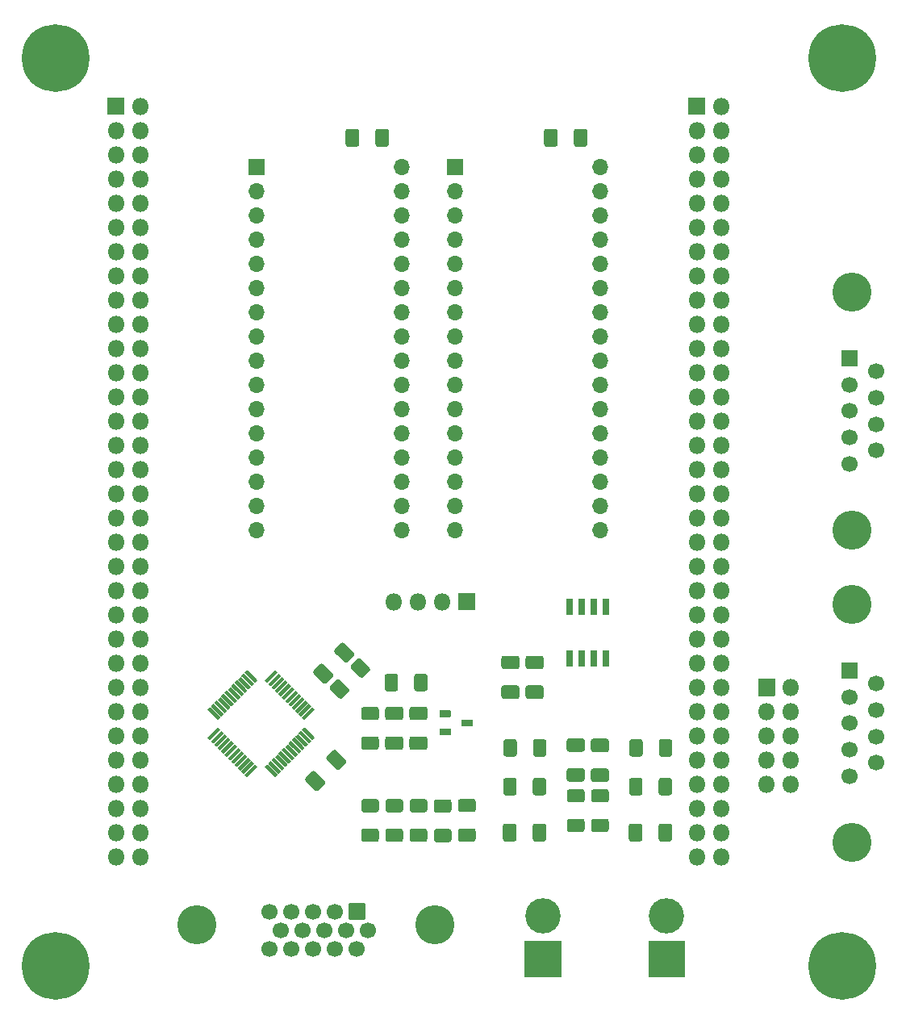
<source format=gbr>
%TF.GenerationSoftware,KiCad,Pcbnew,(5.1.8)-1*%
%TF.CreationDate,2020-12-07T06:27:38+02:00*%
%TF.ProjectId,fpga_hat,66706761-5f68-4617-942e-6b696361645f,rev?*%
%TF.SameCoordinates,Original*%
%TF.FileFunction,Soldermask,Top*%
%TF.FilePolarity,Negative*%
%FSLAX46Y46*%
G04 Gerber Fmt 4.6, Leading zero omitted, Abs format (unit mm)*
G04 Created by KiCad (PCBNEW (5.1.8)-1) date 2020-12-07 06:27:38*
%MOMM*%
%LPD*%
G01*
G04 APERTURE LIST*
%ADD10C,4.100000*%
%ADD11C,1.700000*%
%ADD12O,1.800000X1.800000*%
%ADD13C,7.100000*%
%ADD14C,3.700000*%
%ADD15O,1.700000X1.700000*%
G04 APERTURE END LIST*
D10*
%TO.C,Joy2*%
X153462000Y-101752000D03*
X153462000Y-126752000D03*
D11*
X156002000Y-118407000D03*
X156002000Y-115637000D03*
X156002000Y-112867000D03*
X156002000Y-110097000D03*
X153162000Y-119792000D03*
X153162000Y-117022000D03*
X153162000Y-114252000D03*
X153162000Y-111482000D03*
G36*
G01*
X153962000Y-109562000D02*
X152362000Y-109562000D01*
G75*
G02*
X152312000Y-109512000I0J50000D01*
G01*
X152312000Y-107912000D01*
G75*
G02*
X152362000Y-107862000I50000J0D01*
G01*
X153962000Y-107862000D01*
G75*
G02*
X154012000Y-107912000I0J-50000D01*
G01*
X154012000Y-109512000D01*
G75*
G02*
X153962000Y-109562000I-50000J0D01*
G01*
G37*
%TD*%
D12*
%TO.C,Joy2 Aux*%
X147040000Y-120660000D03*
X144500000Y-120660000D03*
X147040000Y-118120000D03*
X144500000Y-118120000D03*
X147040000Y-115580000D03*
X144500000Y-115580000D03*
X147040000Y-113040000D03*
X144500000Y-113040000D03*
X147040000Y-110500000D03*
G36*
G01*
X143600000Y-111350000D02*
X143600000Y-109650000D01*
G75*
G02*
X143650000Y-109600000I50000J0D01*
G01*
X145350000Y-109600000D01*
G75*
G02*
X145400000Y-109650000I0J-50000D01*
G01*
X145400000Y-111350000D01*
G75*
G02*
X145350000Y-111400000I-50000J0D01*
G01*
X143650000Y-111400000D01*
G75*
G02*
X143600000Y-111350000I0J50000D01*
G01*
G37*
%TD*%
D10*
%TO.C,Video Out*%
X109685000Y-135420000D03*
X84685000Y-135420000D03*
D11*
X92340000Y-137960000D03*
X94630000Y-137960000D03*
X96920000Y-137960000D03*
X99210000Y-137960000D03*
X101500000Y-137960000D03*
X93485000Y-135980000D03*
X95775000Y-135980000D03*
X98065000Y-135980000D03*
X100355000Y-135980000D03*
X102645000Y-135980000D03*
X92340000Y-134000000D03*
X94630000Y-134000000D03*
X96920000Y-134000000D03*
X99210000Y-134000000D03*
G36*
G01*
X100650000Y-134800000D02*
X100650000Y-133200000D01*
G75*
G02*
X100700000Y-133150000I50000J0D01*
G01*
X102300000Y-133150000D01*
G75*
G02*
X102350000Y-133200000I0J-50000D01*
G01*
X102350000Y-134800000D01*
G75*
G02*
X102300000Y-134850000I-50000J0D01*
G01*
X100700000Y-134850000D01*
G75*
G02*
X100650000Y-134800000I0J50000D01*
G01*
G37*
%TD*%
D13*
%TO.C,_*%
X152400000Y-139700000D03*
%TD*%
%TO.C,_*%
X69850000Y-139700000D03*
%TD*%
%TO.C,_*%
X69850000Y-44450000D03*
%TD*%
%TO.C,_*%
X152400000Y-44450000D03*
%TD*%
D12*
%TO.C,U8*%
X139700000Y-128270000D03*
X137160000Y-128270000D03*
X139700000Y-125730000D03*
X137160000Y-125730000D03*
X139700000Y-123190000D03*
X137160000Y-123190000D03*
X139700000Y-120650000D03*
X137160000Y-120650000D03*
X139700000Y-118110000D03*
X137160000Y-118110000D03*
X139700000Y-115570000D03*
X137160000Y-115570000D03*
X139700000Y-113030000D03*
X137160000Y-113030000D03*
X139700000Y-110490000D03*
X137160000Y-110490000D03*
X139700000Y-107950000D03*
X137160000Y-107950000D03*
X139700000Y-105410000D03*
X137160000Y-105410000D03*
X139700000Y-102870000D03*
X137160000Y-102870000D03*
X139700000Y-100330000D03*
X137160000Y-100330000D03*
X139700000Y-97790000D03*
X137160000Y-97790000D03*
X139700000Y-95250000D03*
X137160000Y-95250000D03*
X139700000Y-92710000D03*
X137160000Y-92710000D03*
X139700000Y-90170000D03*
X137160000Y-90170000D03*
X139700000Y-87630000D03*
X137160000Y-87630000D03*
X139700000Y-85090000D03*
X137160000Y-85090000D03*
X139700000Y-82550000D03*
X137160000Y-82550000D03*
X139700000Y-80010000D03*
X137160000Y-80010000D03*
X139700000Y-77470000D03*
X137160000Y-77470000D03*
X139700000Y-74930000D03*
X137160000Y-74930000D03*
X139700000Y-72390000D03*
X137160000Y-72390000D03*
X139700000Y-69850000D03*
X137160000Y-69850000D03*
X139700000Y-67310000D03*
X137160000Y-67310000D03*
X139700000Y-64770000D03*
X137160000Y-64770000D03*
X139700000Y-62230000D03*
X137160000Y-62230000D03*
X139700000Y-59690000D03*
X137160000Y-59690000D03*
X139700000Y-57150000D03*
X137160000Y-57150000D03*
X139700000Y-54610000D03*
X137160000Y-54610000D03*
X139700000Y-52070000D03*
X137160000Y-52070000D03*
X139700000Y-49530000D03*
G36*
G01*
X136260000Y-50380000D02*
X136260000Y-48680000D01*
G75*
G02*
X136310000Y-48630000I50000J0D01*
G01*
X138010000Y-48630000D01*
G75*
G02*
X138060000Y-48680000I0J-50000D01*
G01*
X138060000Y-50380000D01*
G75*
G02*
X138010000Y-50430000I-50000J0D01*
G01*
X136310000Y-50430000D01*
G75*
G02*
X136260000Y-50380000I0J50000D01*
G01*
G37*
%TD*%
%TO.C,GND RX|SDA TX|SCK 3.3V*%
X105380000Y-101500000D03*
X107920000Y-101500000D03*
X110460000Y-101500000D03*
G36*
G01*
X112150000Y-100600000D02*
X113850000Y-100600000D01*
G75*
G02*
X113900000Y-100650000I0J-50000D01*
G01*
X113900000Y-102350000D01*
G75*
G02*
X113850000Y-102400000I-50000J0D01*
G01*
X112150000Y-102400000D01*
G75*
G02*
X112100000Y-102350000I0J50000D01*
G01*
X112100000Y-100650000D01*
G75*
G02*
X112150000Y-100600000I50000J0D01*
G01*
G37*
%TD*%
D10*
%TO.C,Joy1*%
X153462000Y-68986000D03*
X153462000Y-93986000D03*
D11*
X156002000Y-85641000D03*
X156002000Y-82871000D03*
X156002000Y-80101000D03*
X156002000Y-77331000D03*
X153162000Y-87026000D03*
X153162000Y-84256000D03*
X153162000Y-81486000D03*
X153162000Y-78716000D03*
G36*
G01*
X153962000Y-76796000D02*
X152362000Y-76796000D01*
G75*
G02*
X152312000Y-76746000I0J50000D01*
G01*
X152312000Y-75146000D01*
G75*
G02*
X152362000Y-75096000I50000J0D01*
G01*
X153962000Y-75096000D01*
G75*
G02*
X154012000Y-75146000I0J-50000D01*
G01*
X154012000Y-76746000D01*
G75*
G02*
X153962000Y-76796000I-50000J0D01*
G01*
G37*
%TD*%
%TO.C,IC3*%
G36*
G01*
X127335000Y-106592000D02*
X127935000Y-106592000D01*
G75*
G02*
X127985000Y-106642000I0J-50000D01*
G01*
X127985000Y-108242000D01*
G75*
G02*
X127935000Y-108292000I-50000J0D01*
G01*
X127335000Y-108292000D01*
G75*
G02*
X127285000Y-108242000I0J50000D01*
G01*
X127285000Y-106642000D01*
G75*
G02*
X127335000Y-106592000I50000J0D01*
G01*
G37*
G36*
G01*
X126065000Y-106592000D02*
X126665000Y-106592000D01*
G75*
G02*
X126715000Y-106642000I0J-50000D01*
G01*
X126715000Y-108242000D01*
G75*
G02*
X126665000Y-108292000I-50000J0D01*
G01*
X126065000Y-108292000D01*
G75*
G02*
X126015000Y-108242000I0J50000D01*
G01*
X126015000Y-106642000D01*
G75*
G02*
X126065000Y-106592000I50000J0D01*
G01*
G37*
G36*
G01*
X124795000Y-106592000D02*
X125395000Y-106592000D01*
G75*
G02*
X125445000Y-106642000I0J-50000D01*
G01*
X125445000Y-108242000D01*
G75*
G02*
X125395000Y-108292000I-50000J0D01*
G01*
X124795000Y-108292000D01*
G75*
G02*
X124745000Y-108242000I0J50000D01*
G01*
X124745000Y-106642000D01*
G75*
G02*
X124795000Y-106592000I50000J0D01*
G01*
G37*
G36*
G01*
X123525000Y-106592000D02*
X124125000Y-106592000D01*
G75*
G02*
X124175000Y-106642000I0J-50000D01*
G01*
X124175000Y-108242000D01*
G75*
G02*
X124125000Y-108292000I-50000J0D01*
G01*
X123525000Y-108292000D01*
G75*
G02*
X123475000Y-108242000I0J50000D01*
G01*
X123475000Y-106642000D01*
G75*
G02*
X123525000Y-106592000I50000J0D01*
G01*
G37*
G36*
G01*
X123525000Y-101192000D02*
X124125000Y-101192000D01*
G75*
G02*
X124175000Y-101242000I0J-50000D01*
G01*
X124175000Y-102842000D01*
G75*
G02*
X124125000Y-102892000I-50000J0D01*
G01*
X123525000Y-102892000D01*
G75*
G02*
X123475000Y-102842000I0J50000D01*
G01*
X123475000Y-101242000D01*
G75*
G02*
X123525000Y-101192000I50000J0D01*
G01*
G37*
G36*
G01*
X124795000Y-101192000D02*
X125395000Y-101192000D01*
G75*
G02*
X125445000Y-101242000I0J-50000D01*
G01*
X125445000Y-102842000D01*
G75*
G02*
X125395000Y-102892000I-50000J0D01*
G01*
X124795000Y-102892000D01*
G75*
G02*
X124745000Y-102842000I0J50000D01*
G01*
X124745000Y-101242000D01*
G75*
G02*
X124795000Y-101192000I50000J0D01*
G01*
G37*
G36*
G01*
X126065000Y-101192000D02*
X126665000Y-101192000D01*
G75*
G02*
X126715000Y-101242000I0J-50000D01*
G01*
X126715000Y-102842000D01*
G75*
G02*
X126665000Y-102892000I-50000J0D01*
G01*
X126065000Y-102892000D01*
G75*
G02*
X126015000Y-102842000I0J50000D01*
G01*
X126015000Y-101242000D01*
G75*
G02*
X126065000Y-101192000I50000J0D01*
G01*
G37*
G36*
G01*
X127335000Y-101192000D02*
X127935000Y-101192000D01*
G75*
G02*
X127985000Y-101242000I0J-50000D01*
G01*
X127985000Y-102842000D01*
G75*
G02*
X127935000Y-102892000I-50000J0D01*
G01*
X127335000Y-102892000D01*
G75*
G02*
X127285000Y-102842000I0J50000D01*
G01*
X127285000Y-101242000D01*
G75*
G02*
X127335000Y-101192000I50000J0D01*
G01*
G37*
%TD*%
D14*
%TO.C,Audio R*%
X121000000Y-134500000D03*
G36*
G01*
X122882500Y-140932500D02*
X119117500Y-140932500D01*
G75*
G02*
X119067500Y-140882500I0J50000D01*
G01*
X119067500Y-137117500D01*
G75*
G02*
X119117500Y-137067500I50000J0D01*
G01*
X122882500Y-137067500D01*
G75*
G02*
X122932500Y-137117500I0J-50000D01*
G01*
X122932500Y-140882500D01*
G75*
G02*
X122882500Y-140932500I-50000J0D01*
G01*
G37*
%TD*%
%TO.C,Audio L*%
X134000000Y-134500000D03*
G36*
G01*
X135882500Y-140932500D02*
X132117500Y-140932500D01*
G75*
G02*
X132067500Y-140882500I0J50000D01*
G01*
X132067500Y-137117500D01*
G75*
G02*
X132117500Y-137067500I50000J0D01*
G01*
X135882500Y-137067500D01*
G75*
G02*
X135932500Y-137117500I0J-50000D01*
G01*
X135932500Y-140882500D01*
G75*
G02*
X135882500Y-140932500I-50000J0D01*
G01*
G37*
%TD*%
%TO.C,R14*%
G36*
G01*
X123804230Y-124268000D02*
X125115770Y-124268000D01*
G75*
G02*
X125385000Y-124537230I0J-269230D01*
G01*
X125385000Y-125398770D01*
G75*
G02*
X125115770Y-125668000I-269230J0D01*
G01*
X123804230Y-125668000D01*
G75*
G02*
X123535000Y-125398770I0J269230D01*
G01*
X123535000Y-124537230D01*
G75*
G02*
X123804230Y-124268000I269230J0D01*
G01*
G37*
G36*
G01*
X123804230Y-121168000D02*
X125115770Y-121168000D01*
G75*
G02*
X125385000Y-121437230I0J-269230D01*
G01*
X125385000Y-122298770D01*
G75*
G02*
X125115770Y-122568000I-269230J0D01*
G01*
X123804230Y-122568000D01*
G75*
G02*
X123535000Y-122298770I0J269230D01*
G01*
X123535000Y-121437230D01*
G75*
G02*
X123804230Y-121168000I269230J0D01*
G01*
G37*
%TD*%
%TO.C,R13*%
G36*
G01*
X126344230Y-124268000D02*
X127655770Y-124268000D01*
G75*
G02*
X127925000Y-124537230I0J-269230D01*
G01*
X127925000Y-125398770D01*
G75*
G02*
X127655770Y-125668000I-269230J0D01*
G01*
X126344230Y-125668000D01*
G75*
G02*
X126075000Y-125398770I0J269230D01*
G01*
X126075000Y-124537230D01*
G75*
G02*
X126344230Y-124268000I269230J0D01*
G01*
G37*
G36*
G01*
X126344230Y-121168000D02*
X127655770Y-121168000D01*
G75*
G02*
X127925000Y-121437230I0J-269230D01*
G01*
X127925000Y-122298770D01*
G75*
G02*
X127655770Y-122568000I-269230J0D01*
G01*
X126344230Y-122568000D01*
G75*
G02*
X126075000Y-122298770I0J269230D01*
G01*
X126075000Y-121437230D01*
G75*
G02*
X126344230Y-121168000I269230J0D01*
G01*
G37*
%TD*%
%TO.C,R12*%
G36*
G01*
X118250000Y-120248230D02*
X118250000Y-121559770D01*
G75*
G02*
X117980770Y-121829000I-269230J0D01*
G01*
X117119230Y-121829000D01*
G75*
G02*
X116850000Y-121559770I0J269230D01*
G01*
X116850000Y-120248230D01*
G75*
G02*
X117119230Y-119979000I269230J0D01*
G01*
X117980770Y-119979000D01*
G75*
G02*
X118250000Y-120248230I0J-269230D01*
G01*
G37*
G36*
G01*
X121350000Y-120248230D02*
X121350000Y-121559770D01*
G75*
G02*
X121080770Y-121829000I-269230J0D01*
G01*
X120219230Y-121829000D01*
G75*
G02*
X119950000Y-121559770I0J269230D01*
G01*
X119950000Y-120248230D01*
G75*
G02*
X120219230Y-119979000I269230J0D01*
G01*
X121080770Y-119979000D01*
G75*
G02*
X121350000Y-120248230I0J-269230D01*
G01*
G37*
%TD*%
%TO.C,R11*%
G36*
G01*
X131458000Y-120248230D02*
X131458000Y-121559770D01*
G75*
G02*
X131188770Y-121829000I-269230J0D01*
G01*
X130327230Y-121829000D01*
G75*
G02*
X130058000Y-121559770I0J269230D01*
G01*
X130058000Y-120248230D01*
G75*
G02*
X130327230Y-119979000I269230J0D01*
G01*
X131188770Y-119979000D01*
G75*
G02*
X131458000Y-120248230I0J-269230D01*
G01*
G37*
G36*
G01*
X134558000Y-120248230D02*
X134558000Y-121559770D01*
G75*
G02*
X134288770Y-121829000I-269230J0D01*
G01*
X133427230Y-121829000D01*
G75*
G02*
X133158000Y-121559770I0J269230D01*
G01*
X133158000Y-120248230D01*
G75*
G02*
X133427230Y-119979000I269230J0D01*
G01*
X134288770Y-119979000D01*
G75*
G02*
X134558000Y-120248230I0J-269230D01*
G01*
G37*
%TD*%
%TO.C,R10*%
G36*
G01*
X118276000Y-116184230D02*
X118276000Y-117495770D01*
G75*
G02*
X118006770Y-117765000I-269230J0D01*
G01*
X117145230Y-117765000D01*
G75*
G02*
X116876000Y-117495770I0J269230D01*
G01*
X116876000Y-116184230D01*
G75*
G02*
X117145230Y-115915000I269230J0D01*
G01*
X118006770Y-115915000D01*
G75*
G02*
X118276000Y-116184230I0J-269230D01*
G01*
G37*
G36*
G01*
X121376000Y-116184230D02*
X121376000Y-117495770D01*
G75*
G02*
X121106770Y-117765000I-269230J0D01*
G01*
X120245230Y-117765000D01*
G75*
G02*
X119976000Y-117495770I0J269230D01*
G01*
X119976000Y-116184230D01*
G75*
G02*
X120245230Y-115915000I269230J0D01*
G01*
X121106770Y-115915000D01*
G75*
G02*
X121376000Y-116184230I0J-269230D01*
G01*
G37*
%TD*%
%TO.C,R9*%
G36*
G01*
X131484000Y-116184230D02*
X131484000Y-117495770D01*
G75*
G02*
X131214770Y-117765000I-269230J0D01*
G01*
X130353230Y-117765000D01*
G75*
G02*
X130084000Y-117495770I0J269230D01*
G01*
X130084000Y-116184230D01*
G75*
G02*
X130353230Y-115915000I269230J0D01*
G01*
X131214770Y-115915000D01*
G75*
G02*
X131484000Y-116184230I0J-269230D01*
G01*
G37*
G36*
G01*
X134584000Y-116184230D02*
X134584000Y-117495770D01*
G75*
G02*
X134314770Y-117765000I-269230J0D01*
G01*
X133453230Y-117765000D01*
G75*
G02*
X133184000Y-117495770I0J269230D01*
G01*
X133184000Y-116184230D01*
G75*
G02*
X133453230Y-115915000I269230J0D01*
G01*
X134314770Y-115915000D01*
G75*
G02*
X134584000Y-116184230I0J-269230D01*
G01*
G37*
%TD*%
%TO.C,C12*%
G36*
G01*
X119937500Y-126411134D02*
X119937500Y-125048866D01*
G75*
G02*
X120206366Y-124780000I268866J0D01*
G01*
X121093634Y-124780000D01*
G75*
G02*
X121362500Y-125048866I0J-268866D01*
G01*
X121362500Y-126411134D01*
G75*
G02*
X121093634Y-126680000I-268866J0D01*
G01*
X120206366Y-126680000D01*
G75*
G02*
X119937500Y-126411134I0J268866D01*
G01*
G37*
G36*
G01*
X116812500Y-126411134D02*
X116812500Y-125048866D01*
G75*
G02*
X117081366Y-124780000I268866J0D01*
G01*
X117968634Y-124780000D01*
G75*
G02*
X118237500Y-125048866I0J-268866D01*
G01*
X118237500Y-126411134D01*
G75*
G02*
X117968634Y-126680000I-268866J0D01*
G01*
X117081366Y-126680000D01*
G75*
G02*
X116812500Y-126411134I0J268866D01*
G01*
G37*
%TD*%
%TO.C,C11*%
G36*
G01*
X133145500Y-126411134D02*
X133145500Y-125048866D01*
G75*
G02*
X133414366Y-124780000I268866J0D01*
G01*
X134301634Y-124780000D01*
G75*
G02*
X134570500Y-125048866I0J-268866D01*
G01*
X134570500Y-126411134D01*
G75*
G02*
X134301634Y-126680000I-268866J0D01*
G01*
X133414366Y-126680000D01*
G75*
G02*
X133145500Y-126411134I0J268866D01*
G01*
G37*
G36*
G01*
X130020500Y-126411134D02*
X130020500Y-125048866D01*
G75*
G02*
X130289366Y-124780000I268866J0D01*
G01*
X131176634Y-124780000D01*
G75*
G02*
X131445500Y-125048866I0J-268866D01*
G01*
X131445500Y-126411134D01*
G75*
G02*
X131176634Y-126680000I-268866J0D01*
G01*
X130289366Y-126680000D01*
G75*
G02*
X130020500Y-126411134I0J268866D01*
G01*
G37*
%TD*%
%TO.C,C10*%
G36*
G01*
X123778866Y-118960000D02*
X125141134Y-118960000D01*
G75*
G02*
X125410000Y-119228866I0J-268866D01*
G01*
X125410000Y-120116134D01*
G75*
G02*
X125141134Y-120385000I-268866J0D01*
G01*
X123778866Y-120385000D01*
G75*
G02*
X123510000Y-120116134I0J268866D01*
G01*
X123510000Y-119228866D01*
G75*
G02*
X123778866Y-118960000I268866J0D01*
G01*
G37*
G36*
G01*
X123778866Y-115835000D02*
X125141134Y-115835000D01*
G75*
G02*
X125410000Y-116103866I0J-268866D01*
G01*
X125410000Y-116991134D01*
G75*
G02*
X125141134Y-117260000I-268866J0D01*
G01*
X123778866Y-117260000D01*
G75*
G02*
X123510000Y-116991134I0J268866D01*
G01*
X123510000Y-116103866D01*
G75*
G02*
X123778866Y-115835000I268866J0D01*
G01*
G37*
%TD*%
%TO.C,C9*%
G36*
G01*
X126318866Y-118998500D02*
X127681134Y-118998500D01*
G75*
G02*
X127950000Y-119267366I0J-268866D01*
G01*
X127950000Y-120154634D01*
G75*
G02*
X127681134Y-120423500I-268866J0D01*
G01*
X126318866Y-120423500D01*
G75*
G02*
X126050000Y-120154634I0J268866D01*
G01*
X126050000Y-119267366D01*
G75*
G02*
X126318866Y-118998500I268866J0D01*
G01*
G37*
G36*
G01*
X126318866Y-115873500D02*
X127681134Y-115873500D01*
G75*
G02*
X127950000Y-116142366I0J-268866D01*
G01*
X127950000Y-117029634D01*
G75*
G02*
X127681134Y-117298500I-268866J0D01*
G01*
X126318866Y-117298500D01*
G75*
G02*
X126050000Y-117029634I0J268866D01*
G01*
X126050000Y-116142366D01*
G75*
G02*
X126318866Y-115873500I268866J0D01*
G01*
G37*
%TD*%
%TO.C,C8*%
G36*
G01*
X116920866Y-110285500D02*
X118283134Y-110285500D01*
G75*
G02*
X118552000Y-110554366I0J-268866D01*
G01*
X118552000Y-111441634D01*
G75*
G02*
X118283134Y-111710500I-268866J0D01*
G01*
X116920866Y-111710500D01*
G75*
G02*
X116652000Y-111441634I0J268866D01*
G01*
X116652000Y-110554366D01*
G75*
G02*
X116920866Y-110285500I268866J0D01*
G01*
G37*
G36*
G01*
X116920866Y-107160500D02*
X118283134Y-107160500D01*
G75*
G02*
X118552000Y-107429366I0J-268866D01*
G01*
X118552000Y-108316634D01*
G75*
G02*
X118283134Y-108585500I-268866J0D01*
G01*
X116920866Y-108585500D01*
G75*
G02*
X116652000Y-108316634I0J268866D01*
G01*
X116652000Y-107429366D01*
G75*
G02*
X116920866Y-107160500I268866J0D01*
G01*
G37*
%TD*%
%TO.C,C7*%
G36*
G01*
X119460866Y-110285500D02*
X120823134Y-110285500D01*
G75*
G02*
X121092000Y-110554366I0J-268866D01*
G01*
X121092000Y-111441634D01*
G75*
G02*
X120823134Y-111710500I-268866J0D01*
G01*
X119460866Y-111710500D01*
G75*
G02*
X119192000Y-111441634I0J268866D01*
G01*
X119192000Y-110554366D01*
G75*
G02*
X119460866Y-110285500I268866J0D01*
G01*
G37*
G36*
G01*
X119460866Y-107160500D02*
X120823134Y-107160500D01*
G75*
G02*
X121092000Y-107429366I0J-268866D01*
G01*
X121092000Y-108316634D01*
G75*
G02*
X120823134Y-108585500I-268866J0D01*
G01*
X119460866Y-108585500D01*
G75*
G02*
X119192000Y-108316634I0J268866D01*
G01*
X119192000Y-107429366D01*
G75*
G02*
X119460866Y-107160500I268866J0D01*
G01*
G37*
%TD*%
D12*
%TO.C,U7*%
X78740000Y-128270000D03*
X76200000Y-128270000D03*
X78740000Y-125730000D03*
X76200000Y-125730000D03*
X78740000Y-123190000D03*
X76200000Y-123190000D03*
X78740000Y-120650000D03*
X76200000Y-120650000D03*
X78740000Y-118110000D03*
X76200000Y-118110000D03*
X78740000Y-115570000D03*
X76200000Y-115570000D03*
X78740000Y-113030000D03*
X76200000Y-113030000D03*
X78740000Y-110490000D03*
X76200000Y-110490000D03*
X78740000Y-107950000D03*
X76200000Y-107950000D03*
X78740000Y-105410000D03*
X76200000Y-105410000D03*
X78740000Y-102870000D03*
X76200000Y-102870000D03*
X78740000Y-100330000D03*
X76200000Y-100330000D03*
X78740000Y-97790000D03*
X76200000Y-97790000D03*
X78740000Y-95250000D03*
X76200000Y-95250000D03*
X78740000Y-92710000D03*
X76200000Y-92710000D03*
X78740000Y-90170000D03*
X76200000Y-90170000D03*
X78740000Y-87630000D03*
X76200000Y-87630000D03*
X78740000Y-85090000D03*
X76200000Y-85090000D03*
X78740000Y-82550000D03*
X76200000Y-82550000D03*
X78740000Y-80010000D03*
X76200000Y-80010000D03*
X78740000Y-77470000D03*
X76200000Y-77470000D03*
X78740000Y-74930000D03*
X76200000Y-74930000D03*
X78740000Y-72390000D03*
X76200000Y-72390000D03*
X78740000Y-69850000D03*
X76200000Y-69850000D03*
X78740000Y-67310000D03*
X76200000Y-67310000D03*
X78740000Y-64770000D03*
X76200000Y-64770000D03*
X78740000Y-62230000D03*
X76200000Y-62230000D03*
X78740000Y-59690000D03*
X76200000Y-59690000D03*
X78740000Y-57150000D03*
X76200000Y-57150000D03*
X78740000Y-54610000D03*
X76200000Y-54610000D03*
X78740000Y-52070000D03*
X76200000Y-52070000D03*
X78740000Y-49530000D03*
G36*
G01*
X75300000Y-50380000D02*
X75300000Y-48680000D01*
G75*
G02*
X75350000Y-48630000I50000J0D01*
G01*
X77050000Y-48630000D01*
G75*
G02*
X77100000Y-48680000I0J-50000D01*
G01*
X77100000Y-50380000D01*
G75*
G02*
X77050000Y-50430000I-50000J0D01*
G01*
X75350000Y-50430000D01*
G75*
G02*
X75300000Y-50380000I0J50000D01*
G01*
G37*
%TD*%
%TO.C,C6*%
G36*
G01*
X108631134Y-113932000D02*
X107268866Y-113932000D01*
G75*
G02*
X107000000Y-113663134I0J268866D01*
G01*
X107000000Y-112775866D01*
G75*
G02*
X107268866Y-112507000I268866J0D01*
G01*
X108631134Y-112507000D01*
G75*
G02*
X108900000Y-112775866I0J-268866D01*
G01*
X108900000Y-113663134D01*
G75*
G02*
X108631134Y-113932000I-268866J0D01*
G01*
G37*
G36*
G01*
X108631134Y-117057000D02*
X107268866Y-117057000D01*
G75*
G02*
X107000000Y-116788134I0J268866D01*
G01*
X107000000Y-115900866D01*
G75*
G02*
X107268866Y-115632000I268866J0D01*
G01*
X108631134Y-115632000D01*
G75*
G02*
X108900000Y-115900866I0J-268866D01*
G01*
X108900000Y-116788134D01*
G75*
G02*
X108631134Y-117057000I-268866J0D01*
G01*
G37*
%TD*%
%TO.C,C5*%
G36*
G01*
X97977325Y-108069406D02*
X98940594Y-109032675D01*
G75*
G02*
X98940594Y-109412909I-190117J-190117D01*
G01*
X98313201Y-110040302D01*
G75*
G02*
X97932967Y-110040302I-190117J190117D01*
G01*
X96969698Y-109077033D01*
G75*
G02*
X96969698Y-108696799I190117J190117D01*
G01*
X97597091Y-108069406D01*
G75*
G02*
X97977325Y-108069406I190117J-190117D01*
G01*
G37*
G36*
G01*
X100187033Y-105859698D02*
X101150302Y-106822967D01*
G75*
G02*
X101150302Y-107203201I-190117J-190117D01*
G01*
X100522909Y-107830594D01*
G75*
G02*
X100142675Y-107830594I-190117J190117D01*
G01*
X99179406Y-106867325D01*
G75*
G02*
X99179406Y-106487091I190117J190117D01*
G01*
X99806799Y-105859698D01*
G75*
G02*
X100187033Y-105859698I190117J-190117D01*
G01*
G37*
%TD*%
%TO.C,C4*%
G36*
G01*
X104728866Y-115632000D02*
X106091134Y-115632000D01*
G75*
G02*
X106360000Y-115900866I0J-268866D01*
G01*
X106360000Y-116788134D01*
G75*
G02*
X106091134Y-117057000I-268866J0D01*
G01*
X104728866Y-117057000D01*
G75*
G02*
X104460000Y-116788134I0J268866D01*
G01*
X104460000Y-115900866D01*
G75*
G02*
X104728866Y-115632000I268866J0D01*
G01*
G37*
G36*
G01*
X104728866Y-112507000D02*
X106091134Y-112507000D01*
G75*
G02*
X106360000Y-112775866I0J-268866D01*
G01*
X106360000Y-113663134D01*
G75*
G02*
X106091134Y-113932000I-268866J0D01*
G01*
X104728866Y-113932000D01*
G75*
G02*
X104460000Y-113663134I0J268866D01*
G01*
X104460000Y-112775866D01*
G75*
G02*
X104728866Y-112507000I268866J0D01*
G01*
G37*
%TD*%
%TO.C,C3*%
G36*
G01*
X99300659Y-119086610D02*
X98337390Y-118123341D01*
G75*
G02*
X98337390Y-117743107I190117J190117D01*
G01*
X98964783Y-117115714D01*
G75*
G02*
X99345017Y-117115714I190117J-190117D01*
G01*
X100308286Y-118078983D01*
G75*
G02*
X100308286Y-118459217I-190117J-190117D01*
G01*
X99680893Y-119086610D01*
G75*
G02*
X99300659Y-119086610I-190117J190117D01*
G01*
G37*
G36*
G01*
X97090951Y-121296318D02*
X96127682Y-120333049D01*
G75*
G02*
X96127682Y-119952815I190117J190117D01*
G01*
X96755075Y-119325422D01*
G75*
G02*
X97135309Y-119325422I190117J-190117D01*
G01*
X98098578Y-120288691D01*
G75*
G02*
X98098578Y-120668925I-190117J-190117D01*
G01*
X97471185Y-121296318D01*
G75*
G02*
X97090951Y-121296318I-190117J190117D01*
G01*
G37*
%TD*%
%TO.C,C2*%
G36*
G01*
X124255500Y-53513134D02*
X124255500Y-52150866D01*
G75*
G02*
X124524366Y-51882000I268866J0D01*
G01*
X125411634Y-51882000D01*
G75*
G02*
X125680500Y-52150866I0J-268866D01*
G01*
X125680500Y-53513134D01*
G75*
G02*
X125411634Y-53782000I-268866J0D01*
G01*
X124524366Y-53782000D01*
G75*
G02*
X124255500Y-53513134I0J268866D01*
G01*
G37*
G36*
G01*
X121130500Y-53513134D02*
X121130500Y-52150866D01*
G75*
G02*
X121399366Y-51882000I268866J0D01*
G01*
X122286634Y-51882000D01*
G75*
G02*
X122555500Y-52150866I0J-268866D01*
G01*
X122555500Y-53513134D01*
G75*
G02*
X122286634Y-53782000I-268866J0D01*
G01*
X121399366Y-53782000D01*
G75*
G02*
X121130500Y-53513134I0J268866D01*
G01*
G37*
%TD*%
%TO.C,C1*%
G36*
G01*
X103427500Y-53513134D02*
X103427500Y-52150866D01*
G75*
G02*
X103696366Y-51882000I268866J0D01*
G01*
X104583634Y-51882000D01*
G75*
G02*
X104852500Y-52150866I0J-268866D01*
G01*
X104852500Y-53513134D01*
G75*
G02*
X104583634Y-53782000I-268866J0D01*
G01*
X103696366Y-53782000D01*
G75*
G02*
X103427500Y-53513134I0J268866D01*
G01*
G37*
G36*
G01*
X100302500Y-53513134D02*
X100302500Y-52150866D01*
G75*
G02*
X100571366Y-51882000I268866J0D01*
G01*
X101458634Y-51882000D01*
G75*
G02*
X101727500Y-52150866I0J-268866D01*
G01*
X101727500Y-53513134D01*
G75*
G02*
X101458634Y-53782000I-268866J0D01*
G01*
X100571366Y-53782000D01*
G75*
G02*
X100302500Y-53513134I0J268866D01*
G01*
G37*
%TD*%
%TO.C,R8*%
G36*
G01*
X112374230Y-125284000D02*
X113685770Y-125284000D01*
G75*
G02*
X113955000Y-125553230I0J-269230D01*
G01*
X113955000Y-126414770D01*
G75*
G02*
X113685770Y-126684000I-269230J0D01*
G01*
X112374230Y-126684000D01*
G75*
G02*
X112105000Y-126414770I0J269230D01*
G01*
X112105000Y-125553230D01*
G75*
G02*
X112374230Y-125284000I269230J0D01*
G01*
G37*
G36*
G01*
X112374230Y-122184000D02*
X113685770Y-122184000D01*
G75*
G02*
X113955000Y-122453230I0J-269230D01*
G01*
X113955000Y-123314770D01*
G75*
G02*
X113685770Y-123584000I-269230J0D01*
G01*
X112374230Y-123584000D01*
G75*
G02*
X112105000Y-123314770I0J269230D01*
G01*
X112105000Y-122453230D01*
G75*
G02*
X112374230Y-122184000I269230J0D01*
G01*
G37*
%TD*%
%TO.C,R7*%
G36*
G01*
X109834230Y-125336000D02*
X111145770Y-125336000D01*
G75*
G02*
X111415000Y-125605230I0J-269230D01*
G01*
X111415000Y-126466770D01*
G75*
G02*
X111145770Y-126736000I-269230J0D01*
G01*
X109834230Y-126736000D01*
G75*
G02*
X109565000Y-126466770I0J269230D01*
G01*
X109565000Y-125605230D01*
G75*
G02*
X109834230Y-125336000I269230J0D01*
G01*
G37*
G36*
G01*
X109834230Y-122236000D02*
X111145770Y-122236000D01*
G75*
G02*
X111415000Y-122505230I0J-269230D01*
G01*
X111415000Y-123366770D01*
G75*
G02*
X111145770Y-123636000I-269230J0D01*
G01*
X109834230Y-123636000D01*
G75*
G02*
X109565000Y-123366770I0J269230D01*
G01*
X109565000Y-122505230D01*
G75*
G02*
X109834230Y-122236000I269230J0D01*
G01*
G37*
%TD*%
%TO.C,AD1580*%
G36*
G01*
X112450000Y-114500000D02*
X112450000Y-113900000D01*
G75*
G02*
X112500000Y-113850000I50000J0D01*
G01*
X113600000Y-113850000D01*
G75*
G02*
X113650000Y-113900000I0J-50000D01*
G01*
X113650000Y-114500000D01*
G75*
G02*
X113600000Y-114550000I-50000J0D01*
G01*
X112500000Y-114550000D01*
G75*
G02*
X112450000Y-114500000I0J50000D01*
G01*
G37*
G36*
G01*
X110150000Y-115450000D02*
X110150000Y-114850000D01*
G75*
G02*
X110200000Y-114800000I50000J0D01*
G01*
X111300000Y-114800000D01*
G75*
G02*
X111350000Y-114850000I0J-50000D01*
G01*
X111350000Y-115450000D01*
G75*
G02*
X111300000Y-115500000I-50000J0D01*
G01*
X110200000Y-115500000D01*
G75*
G02*
X110150000Y-115450000I0J50000D01*
G01*
G37*
G36*
G01*
X110150000Y-113550000D02*
X110150000Y-112950000D01*
G75*
G02*
X110200000Y-112900000I50000J0D01*
G01*
X111300000Y-112900000D01*
G75*
G02*
X111350000Y-112950000I0J-50000D01*
G01*
X111350000Y-113550000D01*
G75*
G02*
X111300000Y-113600000I-50000J0D01*
G01*
X110200000Y-113600000D01*
G75*
G02*
X110150000Y-113550000I0J50000D01*
G01*
G37*
%TD*%
%TO.C,R6*%
G36*
G01*
X102214230Y-115632000D02*
X103525770Y-115632000D01*
G75*
G02*
X103795000Y-115901230I0J-269230D01*
G01*
X103795000Y-116762770D01*
G75*
G02*
X103525770Y-117032000I-269230J0D01*
G01*
X102214230Y-117032000D01*
G75*
G02*
X101945000Y-116762770I0J269230D01*
G01*
X101945000Y-115901230D01*
G75*
G02*
X102214230Y-115632000I269230J0D01*
G01*
G37*
G36*
G01*
X102214230Y-112532000D02*
X103525770Y-112532000D01*
G75*
G02*
X103795000Y-112801230I0J-269230D01*
G01*
X103795000Y-113662770D01*
G75*
G02*
X103525770Y-113932000I-269230J0D01*
G01*
X102214230Y-113932000D01*
G75*
G02*
X101945000Y-113662770I0J269230D01*
G01*
X101945000Y-112801230D01*
G75*
G02*
X102214230Y-112532000I269230J0D01*
G01*
G37*
%TD*%
%TO.C,R5*%
G36*
G01*
X101822725Y-109416674D02*
X100895326Y-108489275D01*
G75*
G02*
X100895326Y-108108527I190374J190374D01*
G01*
X101504527Y-107499326D01*
G75*
G02*
X101885275Y-107499326I190374J-190374D01*
G01*
X102812674Y-108426725D01*
G75*
G02*
X102812674Y-108807473I-190374J-190374D01*
G01*
X102203473Y-109416674D01*
G75*
G02*
X101822725Y-109416674I-190374J190374D01*
G01*
G37*
G36*
G01*
X99630693Y-111608706D02*
X98703294Y-110681307D01*
G75*
G02*
X98703294Y-110300559I190374J190374D01*
G01*
X99312495Y-109691358D01*
G75*
G02*
X99693243Y-109691358I190374J-190374D01*
G01*
X100620642Y-110618757D01*
G75*
G02*
X100620642Y-110999505I-190374J-190374D01*
G01*
X100011441Y-111608706D01*
G75*
G02*
X99630693Y-111608706I-190374J190374D01*
G01*
G37*
%TD*%
%TO.C,R4*%
G36*
G01*
X106065770Y-123610000D02*
X104754230Y-123610000D01*
G75*
G02*
X104485000Y-123340770I0J269230D01*
G01*
X104485000Y-122479230D01*
G75*
G02*
X104754230Y-122210000I269230J0D01*
G01*
X106065770Y-122210000D01*
G75*
G02*
X106335000Y-122479230I0J-269230D01*
G01*
X106335000Y-123340770D01*
G75*
G02*
X106065770Y-123610000I-269230J0D01*
G01*
G37*
G36*
G01*
X106065770Y-126710000D02*
X104754230Y-126710000D01*
G75*
G02*
X104485000Y-126440770I0J269230D01*
G01*
X104485000Y-125579230D01*
G75*
G02*
X104754230Y-125310000I269230J0D01*
G01*
X106065770Y-125310000D01*
G75*
G02*
X106335000Y-125579230I0J-269230D01*
G01*
X106335000Y-126440770D01*
G75*
G02*
X106065770Y-126710000I-269230J0D01*
G01*
G37*
%TD*%
%TO.C,R3*%
G36*
G01*
X108605770Y-123610000D02*
X107294230Y-123610000D01*
G75*
G02*
X107025000Y-123340770I0J269230D01*
G01*
X107025000Y-122479230D01*
G75*
G02*
X107294230Y-122210000I269230J0D01*
G01*
X108605770Y-122210000D01*
G75*
G02*
X108875000Y-122479230I0J-269230D01*
G01*
X108875000Y-123340770D01*
G75*
G02*
X108605770Y-123610000I-269230J0D01*
G01*
G37*
G36*
G01*
X108605770Y-126710000D02*
X107294230Y-126710000D01*
G75*
G02*
X107025000Y-126440770I0J269230D01*
G01*
X107025000Y-125579230D01*
G75*
G02*
X107294230Y-125310000I269230J0D01*
G01*
X108605770Y-125310000D01*
G75*
G02*
X108875000Y-125579230I0J-269230D01*
G01*
X108875000Y-126440770D01*
G75*
G02*
X108605770Y-126710000I-269230J0D01*
G01*
G37*
%TD*%
%TO.C,R2*%
G36*
G01*
X102214230Y-125310000D02*
X103525770Y-125310000D01*
G75*
G02*
X103795000Y-125579230I0J-269230D01*
G01*
X103795000Y-126440770D01*
G75*
G02*
X103525770Y-126710000I-269230J0D01*
G01*
X102214230Y-126710000D01*
G75*
G02*
X101945000Y-126440770I0J269230D01*
G01*
X101945000Y-125579230D01*
G75*
G02*
X102214230Y-125310000I269230J0D01*
G01*
G37*
G36*
G01*
X102214230Y-122210000D02*
X103525770Y-122210000D01*
G75*
G02*
X103795000Y-122479230I0J-269230D01*
G01*
X103795000Y-123340770D01*
G75*
G02*
X103525770Y-123610000I-269230J0D01*
G01*
X102214230Y-123610000D01*
G75*
G02*
X101945000Y-123340770I0J269230D01*
G01*
X101945000Y-122479230D01*
G75*
G02*
X102214230Y-122210000I269230J0D01*
G01*
G37*
%TD*%
%TO.C,R1*%
G36*
G01*
X105804000Y-109326230D02*
X105804000Y-110637770D01*
G75*
G02*
X105534770Y-110907000I-269230J0D01*
G01*
X104673230Y-110907000D01*
G75*
G02*
X104404000Y-110637770I0J269230D01*
G01*
X104404000Y-109326230D01*
G75*
G02*
X104673230Y-109057000I269230J0D01*
G01*
X105534770Y-109057000D01*
G75*
G02*
X105804000Y-109326230I0J-269230D01*
G01*
G37*
G36*
G01*
X108904000Y-109326230D02*
X108904000Y-110637770D01*
G75*
G02*
X108634770Y-110907000I-269230J0D01*
G01*
X107773230Y-110907000D01*
G75*
G02*
X107504000Y-110637770I0J269230D01*
G01*
X107504000Y-109326230D01*
G75*
G02*
X107773230Y-109057000I269230J0D01*
G01*
X108634770Y-109057000D01*
G75*
G02*
X108904000Y-109326230I0J-269230D01*
G01*
G37*
%TD*%
%TO.C,IC1*%
G36*
G01*
X91846587Y-109721484D02*
X92871891Y-108696180D01*
G75*
G02*
X92942601Y-108696180I35355J-35355D01*
G01*
X93154733Y-108908312D01*
G75*
G02*
X93154733Y-108979022I-35355J-35355D01*
G01*
X92129429Y-110004326D01*
G75*
G02*
X92058719Y-110004326I-35355J35355D01*
G01*
X91846587Y-109792194D01*
G75*
G02*
X91846587Y-109721484I35355J35355D01*
G01*
G37*
G36*
G01*
X92200141Y-110075037D02*
X93225445Y-109049733D01*
G75*
G02*
X93296155Y-109049733I35355J-35355D01*
G01*
X93508287Y-109261865D01*
G75*
G02*
X93508287Y-109332575I-35355J-35355D01*
G01*
X92482983Y-110357879D01*
G75*
G02*
X92412273Y-110357879I-35355J35355D01*
G01*
X92200141Y-110145747D01*
G75*
G02*
X92200141Y-110075037I35355J35355D01*
G01*
G37*
G36*
G01*
X92553694Y-110428590D02*
X93578998Y-109403286D01*
G75*
G02*
X93649708Y-109403286I35355J-35355D01*
G01*
X93861840Y-109615418D01*
G75*
G02*
X93861840Y-109686128I-35355J-35355D01*
G01*
X92836536Y-110711432D01*
G75*
G02*
X92765826Y-110711432I-35355J35355D01*
G01*
X92553694Y-110499300D01*
G75*
G02*
X92553694Y-110428590I35355J35355D01*
G01*
G37*
G36*
G01*
X92907247Y-110782144D02*
X93932551Y-109756840D01*
G75*
G02*
X94003261Y-109756840I35355J-35355D01*
G01*
X94215393Y-109968972D01*
G75*
G02*
X94215393Y-110039682I-35355J-35355D01*
G01*
X93190089Y-111064986D01*
G75*
G02*
X93119379Y-111064986I-35355J35355D01*
G01*
X92907247Y-110852854D01*
G75*
G02*
X92907247Y-110782144I35355J35355D01*
G01*
G37*
G36*
G01*
X93260801Y-111135697D02*
X94286105Y-110110393D01*
G75*
G02*
X94356815Y-110110393I35355J-35355D01*
G01*
X94568947Y-110322525D01*
G75*
G02*
X94568947Y-110393235I-35355J-35355D01*
G01*
X93543643Y-111418539D01*
G75*
G02*
X93472933Y-111418539I-35355J35355D01*
G01*
X93260801Y-111206407D01*
G75*
G02*
X93260801Y-111135697I35355J35355D01*
G01*
G37*
G36*
G01*
X93614354Y-111489250D02*
X94639658Y-110463946D01*
G75*
G02*
X94710368Y-110463946I35355J-35355D01*
G01*
X94922500Y-110676078D01*
G75*
G02*
X94922500Y-110746788I-35355J-35355D01*
G01*
X93897196Y-111772092D01*
G75*
G02*
X93826486Y-111772092I-35355J35355D01*
G01*
X93614354Y-111559960D01*
G75*
G02*
X93614354Y-111489250I35355J35355D01*
G01*
G37*
G36*
G01*
X93967908Y-111842804D02*
X94993212Y-110817500D01*
G75*
G02*
X95063922Y-110817500I35355J-35355D01*
G01*
X95276054Y-111029632D01*
G75*
G02*
X95276054Y-111100342I-35355J-35355D01*
G01*
X94250750Y-112125646D01*
G75*
G02*
X94180040Y-112125646I-35355J35355D01*
G01*
X93967908Y-111913514D01*
G75*
G02*
X93967908Y-111842804I35355J35355D01*
G01*
G37*
G36*
G01*
X94321461Y-112196357D02*
X95346765Y-111171053D01*
G75*
G02*
X95417475Y-111171053I35355J-35355D01*
G01*
X95629607Y-111383185D01*
G75*
G02*
X95629607Y-111453895I-35355J-35355D01*
G01*
X94604303Y-112479199D01*
G75*
G02*
X94533593Y-112479199I-35355J35355D01*
G01*
X94321461Y-112267067D01*
G75*
G02*
X94321461Y-112196357I35355J35355D01*
G01*
G37*
G36*
G01*
X94675014Y-112549911D02*
X95700318Y-111524607D01*
G75*
G02*
X95771028Y-111524607I35355J-35355D01*
G01*
X95983160Y-111736739D01*
G75*
G02*
X95983160Y-111807449I-35355J-35355D01*
G01*
X94957856Y-112832753D01*
G75*
G02*
X94887146Y-112832753I-35355J35355D01*
G01*
X94675014Y-112620621D01*
G75*
G02*
X94675014Y-112549911I35355J35355D01*
G01*
G37*
G36*
G01*
X95028568Y-112903464D02*
X96053872Y-111878160D01*
G75*
G02*
X96124582Y-111878160I35355J-35355D01*
G01*
X96336714Y-112090292D01*
G75*
G02*
X96336714Y-112161002I-35355J-35355D01*
G01*
X95311410Y-113186306D01*
G75*
G02*
X95240700Y-113186306I-35355J35355D01*
G01*
X95028568Y-112974174D01*
G75*
G02*
X95028568Y-112903464I35355J35355D01*
G01*
G37*
G36*
G01*
X95382121Y-113257017D02*
X96407425Y-112231713D01*
G75*
G02*
X96478135Y-112231713I35355J-35355D01*
G01*
X96690267Y-112443845D01*
G75*
G02*
X96690267Y-112514555I-35355J-35355D01*
G01*
X95664963Y-113539859D01*
G75*
G02*
X95594253Y-113539859I-35355J35355D01*
G01*
X95382121Y-113327727D01*
G75*
G02*
X95382121Y-113257017I35355J35355D01*
G01*
G37*
G36*
G01*
X95735674Y-113610571D02*
X96760978Y-112585267D01*
G75*
G02*
X96831688Y-112585267I35355J-35355D01*
G01*
X97043820Y-112797399D01*
G75*
G02*
X97043820Y-112868109I-35355J-35355D01*
G01*
X96018516Y-113893413D01*
G75*
G02*
X95947806Y-113893413I-35355J35355D01*
G01*
X95735674Y-113681281D01*
G75*
G02*
X95735674Y-113610571I35355J35355D01*
G01*
G37*
G36*
G01*
X95735674Y-114918719D02*
X95947806Y-114706587D01*
G75*
G02*
X96018516Y-114706587I35355J-35355D01*
G01*
X97043820Y-115731891D01*
G75*
G02*
X97043820Y-115802601I-35355J-35355D01*
G01*
X96831688Y-116014733D01*
G75*
G02*
X96760978Y-116014733I-35355J35355D01*
G01*
X95735674Y-114989429D01*
G75*
G02*
X95735674Y-114918719I35355J35355D01*
G01*
G37*
G36*
G01*
X95382121Y-115272273D02*
X95594253Y-115060141D01*
G75*
G02*
X95664963Y-115060141I35355J-35355D01*
G01*
X96690267Y-116085445D01*
G75*
G02*
X96690267Y-116156155I-35355J-35355D01*
G01*
X96478135Y-116368287D01*
G75*
G02*
X96407425Y-116368287I-35355J35355D01*
G01*
X95382121Y-115342983D01*
G75*
G02*
X95382121Y-115272273I35355J35355D01*
G01*
G37*
G36*
G01*
X95028568Y-115625826D02*
X95240700Y-115413694D01*
G75*
G02*
X95311410Y-115413694I35355J-35355D01*
G01*
X96336714Y-116438998D01*
G75*
G02*
X96336714Y-116509708I-35355J-35355D01*
G01*
X96124582Y-116721840D01*
G75*
G02*
X96053872Y-116721840I-35355J35355D01*
G01*
X95028568Y-115696536D01*
G75*
G02*
X95028568Y-115625826I35355J35355D01*
G01*
G37*
G36*
G01*
X94675014Y-115979379D02*
X94887146Y-115767247D01*
G75*
G02*
X94957856Y-115767247I35355J-35355D01*
G01*
X95983160Y-116792551D01*
G75*
G02*
X95983160Y-116863261I-35355J-35355D01*
G01*
X95771028Y-117075393D01*
G75*
G02*
X95700318Y-117075393I-35355J35355D01*
G01*
X94675014Y-116050089D01*
G75*
G02*
X94675014Y-115979379I35355J35355D01*
G01*
G37*
G36*
G01*
X94321461Y-116332933D02*
X94533593Y-116120801D01*
G75*
G02*
X94604303Y-116120801I35355J-35355D01*
G01*
X95629607Y-117146105D01*
G75*
G02*
X95629607Y-117216815I-35355J-35355D01*
G01*
X95417475Y-117428947D01*
G75*
G02*
X95346765Y-117428947I-35355J35355D01*
G01*
X94321461Y-116403643D01*
G75*
G02*
X94321461Y-116332933I35355J35355D01*
G01*
G37*
G36*
G01*
X93967908Y-116686486D02*
X94180040Y-116474354D01*
G75*
G02*
X94250750Y-116474354I35355J-35355D01*
G01*
X95276054Y-117499658D01*
G75*
G02*
X95276054Y-117570368I-35355J-35355D01*
G01*
X95063922Y-117782500D01*
G75*
G02*
X94993212Y-117782500I-35355J35355D01*
G01*
X93967908Y-116757196D01*
G75*
G02*
X93967908Y-116686486I35355J35355D01*
G01*
G37*
G36*
G01*
X93614354Y-117040040D02*
X93826486Y-116827908D01*
G75*
G02*
X93897196Y-116827908I35355J-35355D01*
G01*
X94922500Y-117853212D01*
G75*
G02*
X94922500Y-117923922I-35355J-35355D01*
G01*
X94710368Y-118136054D01*
G75*
G02*
X94639658Y-118136054I-35355J35355D01*
G01*
X93614354Y-117110750D01*
G75*
G02*
X93614354Y-117040040I35355J35355D01*
G01*
G37*
G36*
G01*
X93260801Y-117393593D02*
X93472933Y-117181461D01*
G75*
G02*
X93543643Y-117181461I35355J-35355D01*
G01*
X94568947Y-118206765D01*
G75*
G02*
X94568947Y-118277475I-35355J-35355D01*
G01*
X94356815Y-118489607D01*
G75*
G02*
X94286105Y-118489607I-35355J35355D01*
G01*
X93260801Y-117464303D01*
G75*
G02*
X93260801Y-117393593I35355J35355D01*
G01*
G37*
G36*
G01*
X92907247Y-117747146D02*
X93119379Y-117535014D01*
G75*
G02*
X93190089Y-117535014I35355J-35355D01*
G01*
X94215393Y-118560318D01*
G75*
G02*
X94215393Y-118631028I-35355J-35355D01*
G01*
X94003261Y-118843160D01*
G75*
G02*
X93932551Y-118843160I-35355J35355D01*
G01*
X92907247Y-117817856D01*
G75*
G02*
X92907247Y-117747146I35355J35355D01*
G01*
G37*
G36*
G01*
X92553694Y-118100700D02*
X92765826Y-117888568D01*
G75*
G02*
X92836536Y-117888568I35355J-35355D01*
G01*
X93861840Y-118913872D01*
G75*
G02*
X93861840Y-118984582I-35355J-35355D01*
G01*
X93649708Y-119196714D01*
G75*
G02*
X93578998Y-119196714I-35355J35355D01*
G01*
X92553694Y-118171410D01*
G75*
G02*
X92553694Y-118100700I35355J35355D01*
G01*
G37*
G36*
G01*
X92200141Y-118454253D02*
X92412273Y-118242121D01*
G75*
G02*
X92482983Y-118242121I35355J-35355D01*
G01*
X93508287Y-119267425D01*
G75*
G02*
X93508287Y-119338135I-35355J-35355D01*
G01*
X93296155Y-119550267D01*
G75*
G02*
X93225445Y-119550267I-35355J35355D01*
G01*
X92200141Y-118524963D01*
G75*
G02*
X92200141Y-118454253I35355J35355D01*
G01*
G37*
G36*
G01*
X91846587Y-118807806D02*
X92058719Y-118595674D01*
G75*
G02*
X92129429Y-118595674I35355J-35355D01*
G01*
X93154733Y-119620978D01*
G75*
G02*
X93154733Y-119691688I-35355J-35355D01*
G01*
X92942601Y-119903820D01*
G75*
G02*
X92871891Y-119903820I-35355J35355D01*
G01*
X91846587Y-118878516D01*
G75*
G02*
X91846587Y-118807806I35355J35355D01*
G01*
G37*
G36*
G01*
X89725267Y-119620978D02*
X90750571Y-118595674D01*
G75*
G02*
X90821281Y-118595674I35355J-35355D01*
G01*
X91033413Y-118807806D01*
G75*
G02*
X91033413Y-118878516I-35355J-35355D01*
G01*
X90008109Y-119903820D01*
G75*
G02*
X89937399Y-119903820I-35355J35355D01*
G01*
X89725267Y-119691688D01*
G75*
G02*
X89725267Y-119620978I35355J35355D01*
G01*
G37*
G36*
G01*
X89371713Y-119267425D02*
X90397017Y-118242121D01*
G75*
G02*
X90467727Y-118242121I35355J-35355D01*
G01*
X90679859Y-118454253D01*
G75*
G02*
X90679859Y-118524963I-35355J-35355D01*
G01*
X89654555Y-119550267D01*
G75*
G02*
X89583845Y-119550267I-35355J35355D01*
G01*
X89371713Y-119338135D01*
G75*
G02*
X89371713Y-119267425I35355J35355D01*
G01*
G37*
G36*
G01*
X89018160Y-118913872D02*
X90043464Y-117888568D01*
G75*
G02*
X90114174Y-117888568I35355J-35355D01*
G01*
X90326306Y-118100700D01*
G75*
G02*
X90326306Y-118171410I-35355J-35355D01*
G01*
X89301002Y-119196714D01*
G75*
G02*
X89230292Y-119196714I-35355J35355D01*
G01*
X89018160Y-118984582D01*
G75*
G02*
X89018160Y-118913872I35355J35355D01*
G01*
G37*
G36*
G01*
X88664607Y-118560318D02*
X89689911Y-117535014D01*
G75*
G02*
X89760621Y-117535014I35355J-35355D01*
G01*
X89972753Y-117747146D01*
G75*
G02*
X89972753Y-117817856I-35355J-35355D01*
G01*
X88947449Y-118843160D01*
G75*
G02*
X88876739Y-118843160I-35355J35355D01*
G01*
X88664607Y-118631028D01*
G75*
G02*
X88664607Y-118560318I35355J35355D01*
G01*
G37*
G36*
G01*
X88311053Y-118206765D02*
X89336357Y-117181461D01*
G75*
G02*
X89407067Y-117181461I35355J-35355D01*
G01*
X89619199Y-117393593D01*
G75*
G02*
X89619199Y-117464303I-35355J-35355D01*
G01*
X88593895Y-118489607D01*
G75*
G02*
X88523185Y-118489607I-35355J35355D01*
G01*
X88311053Y-118277475D01*
G75*
G02*
X88311053Y-118206765I35355J35355D01*
G01*
G37*
G36*
G01*
X87957500Y-117853212D02*
X88982804Y-116827908D01*
G75*
G02*
X89053514Y-116827908I35355J-35355D01*
G01*
X89265646Y-117040040D01*
G75*
G02*
X89265646Y-117110750I-35355J-35355D01*
G01*
X88240342Y-118136054D01*
G75*
G02*
X88169632Y-118136054I-35355J35355D01*
G01*
X87957500Y-117923922D01*
G75*
G02*
X87957500Y-117853212I35355J35355D01*
G01*
G37*
G36*
G01*
X87603946Y-117499658D02*
X88629250Y-116474354D01*
G75*
G02*
X88699960Y-116474354I35355J-35355D01*
G01*
X88912092Y-116686486D01*
G75*
G02*
X88912092Y-116757196I-35355J-35355D01*
G01*
X87886788Y-117782500D01*
G75*
G02*
X87816078Y-117782500I-35355J35355D01*
G01*
X87603946Y-117570368D01*
G75*
G02*
X87603946Y-117499658I35355J35355D01*
G01*
G37*
G36*
G01*
X87250393Y-117146105D02*
X88275697Y-116120801D01*
G75*
G02*
X88346407Y-116120801I35355J-35355D01*
G01*
X88558539Y-116332933D01*
G75*
G02*
X88558539Y-116403643I-35355J-35355D01*
G01*
X87533235Y-117428947D01*
G75*
G02*
X87462525Y-117428947I-35355J35355D01*
G01*
X87250393Y-117216815D01*
G75*
G02*
X87250393Y-117146105I35355J35355D01*
G01*
G37*
G36*
G01*
X86896840Y-116792551D02*
X87922144Y-115767247D01*
G75*
G02*
X87992854Y-115767247I35355J-35355D01*
G01*
X88204986Y-115979379D01*
G75*
G02*
X88204986Y-116050089I-35355J-35355D01*
G01*
X87179682Y-117075393D01*
G75*
G02*
X87108972Y-117075393I-35355J35355D01*
G01*
X86896840Y-116863261D01*
G75*
G02*
X86896840Y-116792551I35355J35355D01*
G01*
G37*
G36*
G01*
X86543286Y-116438998D02*
X87568590Y-115413694D01*
G75*
G02*
X87639300Y-115413694I35355J-35355D01*
G01*
X87851432Y-115625826D01*
G75*
G02*
X87851432Y-115696536I-35355J-35355D01*
G01*
X86826128Y-116721840D01*
G75*
G02*
X86755418Y-116721840I-35355J35355D01*
G01*
X86543286Y-116509708D01*
G75*
G02*
X86543286Y-116438998I35355J35355D01*
G01*
G37*
G36*
G01*
X86189733Y-116085445D02*
X87215037Y-115060141D01*
G75*
G02*
X87285747Y-115060141I35355J-35355D01*
G01*
X87497879Y-115272273D01*
G75*
G02*
X87497879Y-115342983I-35355J-35355D01*
G01*
X86472575Y-116368287D01*
G75*
G02*
X86401865Y-116368287I-35355J35355D01*
G01*
X86189733Y-116156155D01*
G75*
G02*
X86189733Y-116085445I35355J35355D01*
G01*
G37*
G36*
G01*
X85836180Y-115731891D02*
X86861484Y-114706587D01*
G75*
G02*
X86932194Y-114706587I35355J-35355D01*
G01*
X87144326Y-114918719D01*
G75*
G02*
X87144326Y-114989429I-35355J-35355D01*
G01*
X86119022Y-116014733D01*
G75*
G02*
X86048312Y-116014733I-35355J35355D01*
G01*
X85836180Y-115802601D01*
G75*
G02*
X85836180Y-115731891I35355J35355D01*
G01*
G37*
G36*
G01*
X85836180Y-112797399D02*
X86048312Y-112585267D01*
G75*
G02*
X86119022Y-112585267I35355J-35355D01*
G01*
X87144326Y-113610571D01*
G75*
G02*
X87144326Y-113681281I-35355J-35355D01*
G01*
X86932194Y-113893413D01*
G75*
G02*
X86861484Y-113893413I-35355J35355D01*
G01*
X85836180Y-112868109D01*
G75*
G02*
X85836180Y-112797399I35355J35355D01*
G01*
G37*
G36*
G01*
X86189733Y-112443845D02*
X86401865Y-112231713D01*
G75*
G02*
X86472575Y-112231713I35355J-35355D01*
G01*
X87497879Y-113257017D01*
G75*
G02*
X87497879Y-113327727I-35355J-35355D01*
G01*
X87285747Y-113539859D01*
G75*
G02*
X87215037Y-113539859I-35355J35355D01*
G01*
X86189733Y-112514555D01*
G75*
G02*
X86189733Y-112443845I35355J35355D01*
G01*
G37*
G36*
G01*
X86543286Y-112090292D02*
X86755418Y-111878160D01*
G75*
G02*
X86826128Y-111878160I35355J-35355D01*
G01*
X87851432Y-112903464D01*
G75*
G02*
X87851432Y-112974174I-35355J-35355D01*
G01*
X87639300Y-113186306D01*
G75*
G02*
X87568590Y-113186306I-35355J35355D01*
G01*
X86543286Y-112161002D01*
G75*
G02*
X86543286Y-112090292I35355J35355D01*
G01*
G37*
G36*
G01*
X86896840Y-111736739D02*
X87108972Y-111524607D01*
G75*
G02*
X87179682Y-111524607I35355J-35355D01*
G01*
X88204986Y-112549911D01*
G75*
G02*
X88204986Y-112620621I-35355J-35355D01*
G01*
X87992854Y-112832753D01*
G75*
G02*
X87922144Y-112832753I-35355J35355D01*
G01*
X86896840Y-111807449D01*
G75*
G02*
X86896840Y-111736739I35355J35355D01*
G01*
G37*
G36*
G01*
X87250393Y-111383185D02*
X87462525Y-111171053D01*
G75*
G02*
X87533235Y-111171053I35355J-35355D01*
G01*
X88558539Y-112196357D01*
G75*
G02*
X88558539Y-112267067I-35355J-35355D01*
G01*
X88346407Y-112479199D01*
G75*
G02*
X88275697Y-112479199I-35355J35355D01*
G01*
X87250393Y-111453895D01*
G75*
G02*
X87250393Y-111383185I35355J35355D01*
G01*
G37*
G36*
G01*
X87603946Y-111029632D02*
X87816078Y-110817500D01*
G75*
G02*
X87886788Y-110817500I35355J-35355D01*
G01*
X88912092Y-111842804D01*
G75*
G02*
X88912092Y-111913514I-35355J-35355D01*
G01*
X88699960Y-112125646D01*
G75*
G02*
X88629250Y-112125646I-35355J35355D01*
G01*
X87603946Y-111100342D01*
G75*
G02*
X87603946Y-111029632I35355J35355D01*
G01*
G37*
G36*
G01*
X87957500Y-110676078D02*
X88169632Y-110463946D01*
G75*
G02*
X88240342Y-110463946I35355J-35355D01*
G01*
X89265646Y-111489250D01*
G75*
G02*
X89265646Y-111559960I-35355J-35355D01*
G01*
X89053514Y-111772092D01*
G75*
G02*
X88982804Y-111772092I-35355J35355D01*
G01*
X87957500Y-110746788D01*
G75*
G02*
X87957500Y-110676078I35355J35355D01*
G01*
G37*
G36*
G01*
X88311053Y-110322525D02*
X88523185Y-110110393D01*
G75*
G02*
X88593895Y-110110393I35355J-35355D01*
G01*
X89619199Y-111135697D01*
G75*
G02*
X89619199Y-111206407I-35355J-35355D01*
G01*
X89407067Y-111418539D01*
G75*
G02*
X89336357Y-111418539I-35355J35355D01*
G01*
X88311053Y-110393235D01*
G75*
G02*
X88311053Y-110322525I35355J35355D01*
G01*
G37*
G36*
G01*
X88664607Y-109968972D02*
X88876739Y-109756840D01*
G75*
G02*
X88947449Y-109756840I35355J-35355D01*
G01*
X89972753Y-110782144D01*
G75*
G02*
X89972753Y-110852854I-35355J-35355D01*
G01*
X89760621Y-111064986D01*
G75*
G02*
X89689911Y-111064986I-35355J35355D01*
G01*
X88664607Y-110039682D01*
G75*
G02*
X88664607Y-109968972I35355J35355D01*
G01*
G37*
G36*
G01*
X89018160Y-109615418D02*
X89230292Y-109403286D01*
G75*
G02*
X89301002Y-109403286I35355J-35355D01*
G01*
X90326306Y-110428590D01*
G75*
G02*
X90326306Y-110499300I-35355J-35355D01*
G01*
X90114174Y-110711432D01*
G75*
G02*
X90043464Y-110711432I-35355J35355D01*
G01*
X89018160Y-109686128D01*
G75*
G02*
X89018160Y-109615418I35355J35355D01*
G01*
G37*
G36*
G01*
X89371713Y-109261865D02*
X89583845Y-109049733D01*
G75*
G02*
X89654555Y-109049733I35355J-35355D01*
G01*
X90679859Y-110075037D01*
G75*
G02*
X90679859Y-110145747I-35355J-35355D01*
G01*
X90467727Y-110357879D01*
G75*
G02*
X90397017Y-110357879I-35355J35355D01*
G01*
X89371713Y-109332575D01*
G75*
G02*
X89371713Y-109261865I35355J35355D01*
G01*
G37*
G36*
G01*
X89725267Y-108908312D02*
X89937399Y-108696180D01*
G75*
G02*
X90008109Y-108696180I35355J-35355D01*
G01*
X91033413Y-109721484D01*
G75*
G02*
X91033413Y-109792194I-35355J-35355D01*
G01*
X90821281Y-110004326D01*
G75*
G02*
X90750571Y-110004326I-35355J35355D01*
G01*
X89725267Y-108979022D01*
G75*
G02*
X89725267Y-108908312I35355J35355D01*
G01*
G37*
%TD*%
D15*
%TO.C,RAM2*%
X127000000Y-55880000D03*
X111760000Y-93980000D03*
X127000000Y-58420000D03*
X111760000Y-91440000D03*
X127000000Y-60960000D03*
X111760000Y-88900000D03*
X127000000Y-63500000D03*
X111760000Y-86360000D03*
X127000000Y-66040000D03*
X111760000Y-83820000D03*
X127000000Y-68580000D03*
X111760000Y-81280000D03*
X127000000Y-71120000D03*
X111760000Y-78740000D03*
X127000000Y-73660000D03*
X111760000Y-76200000D03*
X127000000Y-76200000D03*
X111760000Y-73660000D03*
X127000000Y-78740000D03*
X111760000Y-71120000D03*
X127000000Y-81280000D03*
X111760000Y-68580000D03*
X127000000Y-83820000D03*
X111760000Y-66040000D03*
X127000000Y-86360000D03*
X111760000Y-63500000D03*
X127000000Y-88900000D03*
X111760000Y-60960000D03*
X127000000Y-91440000D03*
X111760000Y-58420000D03*
X127000000Y-93980000D03*
G36*
G01*
X110910000Y-56680000D02*
X110910000Y-55080000D01*
G75*
G02*
X110960000Y-55030000I50000J0D01*
G01*
X112560000Y-55030000D01*
G75*
G02*
X112610000Y-55080000I0J-50000D01*
G01*
X112610000Y-56680000D01*
G75*
G02*
X112560000Y-56730000I-50000J0D01*
G01*
X110960000Y-56730000D01*
G75*
G02*
X110910000Y-56680000I0J50000D01*
G01*
G37*
%TD*%
%TO.C,RAM1*%
X106172000Y-55880000D03*
X90932000Y-93980000D03*
X106172000Y-58420000D03*
X90932000Y-91440000D03*
X106172000Y-60960000D03*
X90932000Y-88900000D03*
X106172000Y-63500000D03*
X90932000Y-86360000D03*
X106172000Y-66040000D03*
X90932000Y-83820000D03*
X106172000Y-68580000D03*
X90932000Y-81280000D03*
X106172000Y-71120000D03*
X90932000Y-78740000D03*
X106172000Y-73660000D03*
X90932000Y-76200000D03*
X106172000Y-76200000D03*
X90932000Y-73660000D03*
X106172000Y-78740000D03*
X90932000Y-71120000D03*
X106172000Y-81280000D03*
X90932000Y-68580000D03*
X106172000Y-83820000D03*
X90932000Y-66040000D03*
X106172000Y-86360000D03*
X90932000Y-63500000D03*
X106172000Y-88900000D03*
X90932000Y-60960000D03*
X106172000Y-91440000D03*
X90932000Y-58420000D03*
X106172000Y-93980000D03*
G36*
G01*
X90082000Y-56680000D02*
X90082000Y-55080000D01*
G75*
G02*
X90132000Y-55030000I50000J0D01*
G01*
X91732000Y-55030000D01*
G75*
G02*
X91782000Y-55080000I0J-50000D01*
G01*
X91782000Y-56680000D01*
G75*
G02*
X91732000Y-56730000I-50000J0D01*
G01*
X90132000Y-56730000D01*
G75*
G02*
X90082000Y-56680000I0J50000D01*
G01*
G37*
%TD*%
M02*

</source>
